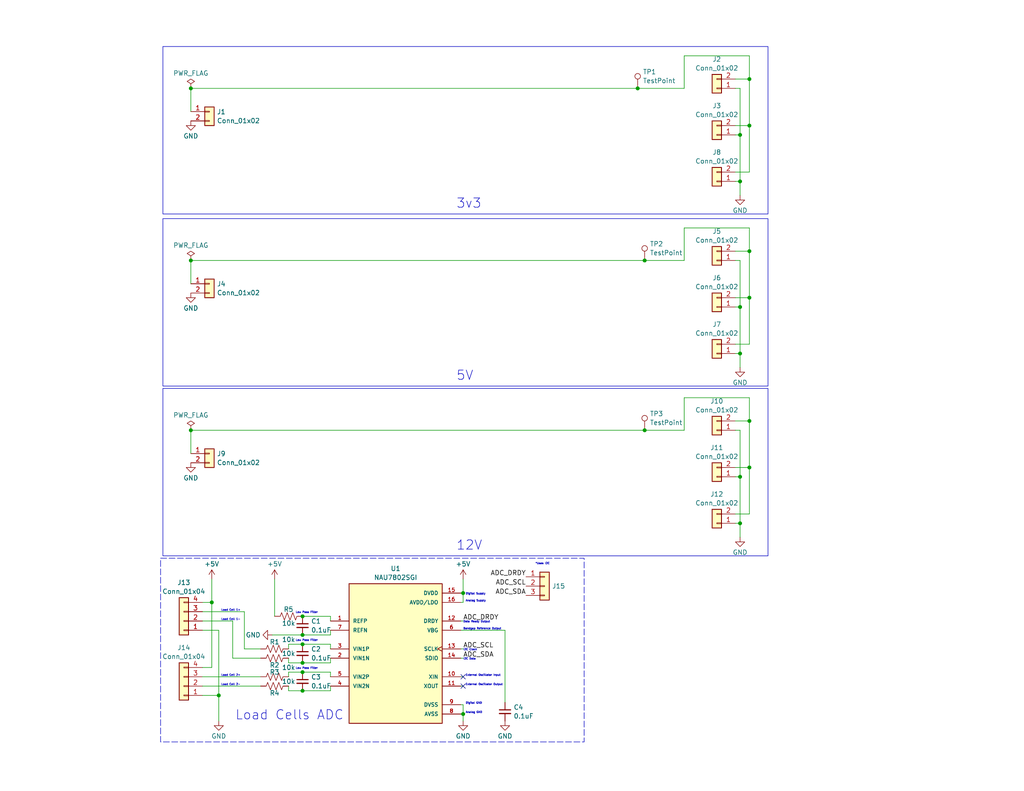
<source format=kicad_sch>
(kicad_sch (version 20230121) (generator eeschema)
  (paper "USLetter")
  (title_block (title "PDS") (date "2025-04-18") (rev "1.0") (comment 1 "Designed By: Omkar Kulkarni"))
  (lib_symbols
    (symbol "Connector:TestPoint" (pin_numbers hide) (pin_names (offset 0.762) hide)
      (property "Reference" "TP" (at 0 6.858 0))
      (property "Value" "TestPoint" (at 0 5.08 0))
      (symbol "TestPoint_0_1"
        (circle (center 0 3.302) (radius 0.762))
      )
      (symbol "TestPoint_1_1"
        (pin passive line (at 0 0 90) (length 2.54) (name "1") (number "1"))
      )
    )
    (symbol "Connector_Generic:Conn_01x02" (pin_names (offset 1.016) hide)
      (property "Reference" "J" (at 0 2.54 0))
      (property "Value" "Conn_01x02" (at 0 -5.08 0))
      (symbol "Conn_01x02_1_1"
        (rectangle (start -1.27 -2.413) (end 0 -2.667) (stroke (width 0.1524)))
        (rectangle (start -1.27 0.127) (end 0 -0.127) (stroke (width 0.1524)))
        (rectangle (start -1.27 1.27) (end 1.27 -3.81) (stroke (width 0.254)) (fill (type background)))
        (pin passive line (at -5.08 0 0) (length 3.81) (name "Pin_1") (number "1"))
        (pin passive line (at -5.08 -2.54 0) (length 3.81) (name "Pin_2") (number "2"))
      )
    )
    (symbol "Connector_Generic:Conn_01x03" (pin_names (offset 1.016) hide)
      (property "Reference" "J" (at 0 5.08 0))
      (property "Value" "Conn_01x03" (at 0 -5.08 0))
      (symbol "Conn_01x03_1_1"
        (rectangle (start -1.27 -2.413) (end 0 -2.667) (stroke (width 0.1524)))
        (rectangle (start -1.27 0.127) (end 0 -0.127) (stroke (width 0.1524)))
        (rectangle (start -1.27 2.667) (end 0 2.413) (stroke (width 0.1524)))
        (rectangle (start -1.27 3.81) (end 1.27 -3.81) (stroke (width 0.254)) (fill (type background)))
        (pin passive line (at -5.08 2.54 0) (length 3.81) (name "Pin_1") (number "1"))
        (pin passive line (at -5.08 0 0) (length 3.81) (name "Pin_2") (number "2"))
        (pin passive line (at -5.08 -2.54 0) (length 3.81) (name "Pin_3") (number "3"))
      )
    )
    (symbol "Connector_Generic:Conn_01x04" (pin_names (offset 1.016) hide)
      (property "Reference" "J" (at 0 5.08 0))
      (property "Value" "Conn_01x04" (at 0 -7.62 0))
      (symbol "Conn_01x04_1_1"
        (rectangle (start -1.27 -4.953) (end 0 -5.207) (stroke (width 0.1524)))
        (rectangle (start -1.27 -2.413) (end 0 -2.667) (stroke (width 0.1524)))
        (rectangle (start -1.27 0.127) (end 0 -0.127) (stroke (width 0.1524)))
        (rectangle (start -1.27 2.667) (end 0 2.413) (stroke (width 0.1524)))
        (rectangle (start -1.27 3.81) (end 1.27 -6.35) (stroke (width 0.254)) (fill (type background)))
        (pin passive line (at -5.08 2.54 0) (length 3.81) (name "Pin_1") (number "1"))
        (pin passive line (at -5.08 0 0) (length 3.81) (name "Pin_2") (number "2"))
        (pin passive line (at -5.08 -2.54 0) (length 3.81) (name "Pin_3") (number "3"))
        (pin passive line (at -5.08 -5.08 0) (length 3.81) (name "Pin_4") (number "4"))
      )
    )
    (symbol "Device:C_Small" (pin_numbers hide) (pin_names (offset 0.254) hide)
      (property "Reference" "C" (at 0.254 1.778 0))
      (property "Value" "C_Small" (at 0.254 -2.032 0))
      (symbol "C_Small_0_1"
        (polyline (pts (xy -1.524 -0.508) (xy 1.524 -0.508)) (stroke (width 0.3302)))
        (polyline (pts (xy -1.524 0.508) (xy 1.524 0.508)) (stroke (width 0.3048)))
      )
      (symbol "C_Small_1_1"
        (pin passive line (at 0 2.54 270) (length 2.032) (name "~") (number "1"))
        (pin passive line (at 0 -2.54 90) (length 2.032) (name "~") (number "2"))
      )
    )
    (symbol "Device:R_US" (pin_numbers hide) (pin_names (offset 0))
      (property "Reference" "R" (at 2.54 0 90))
      (property "Value" "R_US" (at -2.54 0 90))
      (symbol "R_US_0_1"
        (polyline (pts (xy 0 -2.286) (xy 0 -2.54)))
        (polyline (pts (xy 0 2.286) (xy 0 2.54)))
        (polyline (pts (xy 0 -0.762) (xy 1.016 -1.143) (xy 0 -1.524) (xy -1.016 -1.905) (xy 0 -2.286)))
        (polyline (pts (xy 0 0.762) (xy 1.016 0.381) (xy 0 0) (xy -1.016 -0.381) (xy 0 -0.762)))
        (polyline (pts (xy 0 2.286) (xy 1.016 1.905) (xy 0 1.524) (xy -1.016 1.143) (xy 0 0.762)))
      )
      (symbol "R_US_1_1"
        (pin passive line (at 0 3.81 270) (length 1.27) (name "~") (number "1"))
        (pin passive line (at 0 -3.81 90) (length 1.27) (name "~") (number "2"))
      )
    )
    (symbol "NAU7802SGI:NAU7802SGI" (pin_names (offset 1.016))
      (property "Reference" "U" (at -12.7 18.542 0))
      (property "Value" "NAU7802SGI" (at -12.7 -22.86 0))
      (symbol "NAU7802SGI_0_0"
        (rectangle (start -12.7 -20.32) (end 12.7 17.78) (stroke (width 0.254)) (fill (type background)))
        (pin input line (at -17.78 7.62 0) (length 5.08) (name "REFP") (number "1"))
        (pin input line (at 17.78 -7.62 180) (length 5.08) (name "XIN") (number "10"))
        (pin output line (at 17.78 -10.16 180) (length 5.08) (name "XOUT") (number "11"))
        (pin output line (at 17.78 7.62 180) (length 5.08) (name "DRDY") (number "12"))
        (pin input clock (at 17.78 0 180) (length 5.08) (name "SCLK") (number "13"))
        (pin bidirectional line (at 17.78 -2.54 180) (length 5.08) (name "SDIO") (number "14"))
        (pin power_in line (at 17.78 15.24 180) (length 5.08) (name "DVDD") (number "15"))
        (pin power_in line (at 17.78 12.7 180) (length 5.08) (name "AVDD/LDO") (number "16"))
        (pin input line (at -17.78 -2.54 0) (length 5.08) (name "VIN1N") (number "2"))
        (pin input line (at -17.78 0 0) (length 5.08) (name "VIN1P") (number "3"))
        (pin input line (at -17.78 -10.16 0) (length 5.08) (name "VIN2N") (number "4"))
        (pin input line (at -17.78 -7.62 0) (length 5.08) (name "VIN2P") (number "5"))
        (pin output line (at 17.78 5.08 180) (length 5.08) (name "VBG") (number "6"))
        (pin input line (at -17.78 5.08 0) (length 5.08) (name "REFN") (number "7"))
        (pin power_in line (at 17.78 -17.78 180) (length 5.08) (name "AVSS") (number "8"))
        (pin power_in line (at 17.78 -15.24 180) (length 5.08) (name "DVSS") (number "9"))
      )
    )
    (symbol "power:+5V" (power) (pin_names (offset 0))
      (property "Value" "+5V" (at 0 3.556 0))
      (symbol "+5V_0_1"
        (polyline (pts (xy -0.762 1.27) (xy 0 2.54)))
        (polyline (pts (xy 0 0) (xy 0 2.54)))
        (polyline (pts (xy 0 2.54) (xy 0.762 1.27)))
      )
      (symbol "+5V_1_1"
        (pin power_in line (at 0 0 90) (length 0) hide (name "+5V") (number "1"))
      )
    )
    (symbol "power:GND" (power) (pin_names (offset 0))
      (property "Value" "GND" (at 0 -3.81 0))
      (symbol "GND_0_1"
        (polyline (pts (xy 0 0) (xy 0 -1.27) (xy 1.27 -1.27) (xy 0 -2.54) (xy -1.27 -1.27) (xy 0 -1.27)))
      )
      (symbol "GND_1_1"
        (pin power_in line (at 0 0 270) (length 0) hide (name "GND") (number "1"))
      )
    )
    (symbol "power:PWR_FLAG" (power) (pin_numbers hide) (pin_names (offset 0) hide)
      (property "Value" "PWR_FLAG" (at 0 3.81 0))
      (symbol "PWR_FLAG_0_0"
        (pin power_out line (at 0 0 90) (length 0) (name "pwr") (number "1"))
      )
      (symbol "PWR_FLAG_0_1"
        (polyline (pts (xy 0 0) (xy 0 1.27) (xy -1.016 1.905) (xy 0 2.54) (xy 1.016 1.905) (xy 0 1.27)))
      )
    )
  )
  (junction (at 82.55 180.975))
  (junction (at 201.93 36.83))
  (junction (at 175.895 71.12))
  (junction (at 201.93 96.52))
  (junction (at 204.47 68.58))
  (junction (at 52.07 117.475))
  (junction (at 204.47 81.28))
  (junction (at 204.47 21.59))
  (junction (at 201.93 130.175))
  (junction (at 82.55 188.595))
  (junction (at 175.895 117.475))
  (junction (at 57.785 164.465))
  (junction (at 82.55 173.355))
  (junction (at 126.365 194.945))
  (junction (at 201.93 142.875))
  (junction (at 52.07 71.12))
  (junction (at 52.07 24.13))
  (junction (at 204.47 114.935))
  (junction (at 173.99 24.13))
  (junction (at 204.47 127.635))
  (junction (at 201.93 83.82))
  (junction (at 201.93 49.53))
  (junction (at 204.47 34.29))
  (junction (at 82.55 175.895))
  (junction (at 126.365 161.925))
  (junction (at 59.69 189.865))
  (junction (at 82.55 168.275))
  (junction (at 82.55 183.515))
  (no_connect (at 126.365 187.325))
  (no_connect (at 126.365 184.785))
  (wire (pts (xy 204.47 15.24) (xy 204.47 21.59)))
  (wire (pts (xy 201.93 83.82) (xy 201.93 71.12)))
  (wire (pts (xy 201.93 36.83) (xy 201.93 24.13)))
  (wire (pts (xy 137.795 191.77) (xy 137.795 172.085)))
  (wire (pts (xy 204.47 46.99) (xy 200.66 46.99)))
  (wire (pts (xy 57.785 164.465) (xy 57.785 182.245)))
  (wire (pts (xy 186.69 108.585) (xy 204.47 108.585)))
  (wire (pts (xy 55.245 184.785) (xy 71.12 184.785)))
  (wire (pts (xy 90.17 188.595) (xy 90.17 187.325)))
  (wire (pts (xy 57.785 158.115) (xy 57.785 164.465)))
  (wire (pts (xy 200.66 81.28) (xy 204.47 81.28)))
  (wire (pts (xy 173.99 24.13) (xy 186.69 24.13)))
  (wire (pts (xy 201.93 49.53) (xy 200.66 49.53)))
  (wire (pts (xy 204.47 81.28) (xy 204.47 93.98)))
  (wire (pts (xy 200.66 127.635) (xy 204.47 127.635)))
  (wire (pts (xy 52.07 117.475) (xy 175.895 117.475)))
  (wire (pts (xy 126.365 177.165) (xy 125.73 177.165)))
  (wire (pts (xy 90.17 180.975) (xy 90.17 179.705)))
  (wire (pts (xy 52.07 30.48) (xy 52.07 24.13)))
  (wire (pts (xy 204.47 108.585) (xy 204.47 114.935)))
  (wire (pts (xy 82.55 175.895) (xy 90.17 175.895)))
  (wire (pts (xy 71.12 179.705) (xy 63.5 179.705)))
  (wire (pts (xy 78.74 177.165) (xy 78.74 175.895)))
  (wire (pts (xy 63.5 179.705) (xy 63.5 169.545)))
  (wire (pts (xy 90.17 168.275) (xy 90.17 169.545)))
  (wire (pts (xy 59.69 196.85) (xy 59.69 189.865)))
  (wire (pts (xy 55.245 169.545) (xy 63.5 169.545)))
  (wire (pts (xy 204.47 93.98) (xy 200.66 93.98)))
  (wire (pts (xy 52.07 77.47) (xy 52.07 71.12)))
  (wire (pts (xy 201.93 130.175) (xy 201.93 117.475)))
  (wire (pts (xy 126.365 184.785) (xy 125.73 184.785)))
  (wire (pts (xy 201.93 96.52) (xy 201.93 83.82)))
  (wire (pts (xy 78.74 179.705) (xy 78.74 180.975)))
  (wire (pts (xy 55.245 187.325) (xy 71.12 187.325)))
  (wire (pts (xy 201.93 71.12) (xy 200.66 71.12)))
  (wire (pts (xy 90.17 183.515) (xy 90.17 184.785)))
  (wire (pts (xy 52.07 24.13) (xy 173.99 24.13)))
  (wire (pts (xy 126.365 194.945) (xy 126.365 196.85)))
  (wire (pts (xy 186.69 62.23) (xy 204.47 62.23)))
  (wire (pts (xy 204.47 68.58) (xy 204.47 81.28)))
  (wire (pts (xy 201.93 100.33) (xy 201.93 96.52)))
  (wire (pts (xy 82.55 188.595) (xy 90.17 188.595)))
  (wire (pts (xy 74.295 173.355) (xy 82.55 173.355)))
  (wire (pts (xy 204.47 114.935) (xy 204.47 127.635)))
  (wire (pts (xy 186.69 15.24) (xy 204.47 15.24)))
  (wire (pts (xy 201.93 24.13) (xy 200.66 24.13)))
  (wire (pts (xy 200.66 68.58) (xy 204.47 68.58)))
  (wire (pts (xy 82.55 173.355) (xy 90.17 173.355)))
  (wire (pts (xy 126.365 161.925) (xy 126.365 164.465)))
  (wire (pts (xy 125.73 169.545) (xy 126.365 169.545)))
  (wire (pts (xy 90.17 172.085) (xy 90.17 173.355)))
  (wire (pts (xy 126.365 192.405) (xy 125.73 192.405)))
  (wire (pts (xy 201.93 36.83) (xy 200.66 36.83)))
  (wire (pts (xy 52.07 123.825) (xy 52.07 117.475)))
  (wire (pts (xy 52.07 71.12) (xy 175.895 71.12)))
  (wire (pts (xy 186.69 24.13) (xy 186.69 15.24)))
  (wire (pts (xy 201.93 53.34) (xy 201.93 49.53)))
  (wire (pts (xy 201.93 146.685) (xy 201.93 142.875)))
  (wire (pts (xy 201.93 49.53) (xy 201.93 36.83)))
  (wire (pts (xy 201.93 142.875) (xy 200.66 142.875)))
  (wire (pts (xy 201.93 142.875) (xy 201.93 130.175)))
  (wire (pts (xy 55.245 164.465) (xy 57.785 164.465)))
  (wire (pts (xy 126.365 179.705) (xy 125.73 179.705)))
  (wire (pts (xy 126.365 192.405) (xy 126.365 194.945)))
  (wire (pts (xy 78.74 175.895) (xy 82.55 175.895)))
  (wire (pts (xy 55.245 167.005) (xy 66.675 167.005)))
  (wire (pts (xy 186.69 117.475) (xy 186.69 108.585)))
  (wire (pts (xy 204.47 21.59) (xy 204.47 34.29)))
  (wire (pts (xy 78.74 184.785) (xy 78.74 183.515)))
  (wire (pts (xy 186.69 71.12) (xy 186.69 62.23)))
  (wire (pts (xy 200.66 114.935) (xy 204.47 114.935)))
  (wire (pts (xy 204.47 34.29) (xy 204.47 46.99)))
  (wire (pts (xy 126.365 194.945) (xy 125.73 194.945)))
  (wire (pts (xy 201.93 96.52) (xy 200.66 96.52)))
  (wire (pts (xy 126.365 187.325) (xy 125.73 187.325)))
  (wire (pts (xy 201.93 130.175) (xy 200.66 130.175)))
  (wire (pts (xy 78.74 183.515) (xy 82.55 183.515)))
  (wire (pts (xy 82.55 183.515) (xy 90.17 183.515)))
  (wire (pts (xy 175.895 71.12) (xy 186.69 71.12)))
  (wire (pts (xy 66.675 177.165) (xy 71.12 177.165)))
  (wire (pts (xy 126.365 161.925) (xy 125.73 161.925)))
  (wire (pts (xy 78.74 188.595) (xy 82.55 188.595)))
  (wire (pts (xy 78.74 187.325) (xy 78.74 188.595)))
  (wire (pts (xy 59.69 189.865) (xy 59.69 172.085)))
  (wire (pts (xy 90.17 175.895) (xy 90.17 177.165)))
  (wire (pts (xy 201.93 117.475) (xy 200.66 117.475)))
  (wire (pts (xy 200.66 21.59) (xy 204.47 21.59)))
  (wire (pts (xy 204.47 62.23) (xy 204.47 68.58)))
  (wire (pts (xy 137.795 172.085) (xy 125.73 172.085)))
  (wire (pts (xy 201.93 83.82) (xy 200.66 83.82)))
  (wire (pts (xy 204.47 127.635) (xy 204.47 140.335)))
  (wire (pts (xy 82.55 180.975) (xy 90.17 180.975)))
  (wire (pts (xy 126.365 158.115) (xy 126.365 161.925)))
  (wire (pts (xy 90.17 168.275) (xy 82.55 168.275)))
  (wire (pts (xy 126.365 164.465) (xy 125.73 164.465)))
  (wire (pts (xy 78.74 180.975) (xy 82.55 180.975)))
  (wire (pts (xy 57.785 182.245) (xy 55.245 182.245)))
  (wire (pts (xy 204.47 140.335) (xy 200.66 140.335)))
  (wire (pts (xy 66.675 167.005) (xy 66.675 177.165)))
  (wire (pts (xy 200.66 34.29) (xy 204.47 34.29)))
  (wire (pts (xy 59.69 189.865) (xy 55.245 189.865)))
  (wire (pts (xy 59.69 172.085) (xy 55.245 172.085)))
  (wire (pts (xy 74.93 158.115) (xy 74.93 168.275)))
  (wire (pts (xy 175.895 117.475) (xy 186.69 117.475)))
  (rectangle (start 43.815 152.4) (end 159.385 202.565) (stroke (width 0) (type dash)))
  (rectangle (start 44.45 12.7) (end 209.55 58.42))
  (rectangle (start 44.45 59.69) (end 209.55 105.41))
  (rectangle (start 44.45 106.045) (end 209.55 151.765))
  (text "Load Cell 2-\n" (at 60.325 187.325 0) (effects (font (size 0.508 0.508)) (justify left bottom)))
  (text "Low Pass Filter" (at 80.645 167.64 0) (effects (font (size 0.508 0.508)) (justify left bottom)))
  (text "Low Pass Filter" (at 80.645 182.88 0) (effects (font (size 0.508 0.508)) (justify left bottom)))
  (text "Analog GND\n" (at 127 194.945 0) (effects (font (size 0.508 0.508)) (justify left bottom)))
  (text "3v3\n" (at 124.46 57.15 0) (effects (font (size 2.54 2.54)) (justify left bottom)))
  (text "Load Cell 2+\n" (at 60.325 184.785 0) (effects (font (size 0.508 0.508)) (justify left bottom)))
  (text "Load Cell 1+" (at 60.325 167.005 0) (effects (font (size 0.508 0.508)) (justify left bottom)))
  (text "12V" (at 124.46 150.495 0) (effects (font (size 2.54 2.54)) (justify left bottom)))
  (text "5V" (at 124.46 104.14 0) (effects (font (size 2.54 2.54)) (justify left bottom)))
  (text "Analog Supply\n" (at 127 164.465 0) (effects (font (size 0.508 0.508)) (justify left bottom)))
  (text "Digital Supply" (at 127 162.56 0) (effects (font (size 0.508 0.508)) (justify left bottom)))
  (text "*Uses I2C" (at 146.05 154.305 0) (effects (font (size 0.508 0.508)) (justify left bottom)))
  (text "Load Cells ADC" (at 64.135 196.85 0) (effects (font (size 2.54 2.54)) (justify left bottom)))
  (text "Bandgap Reference Output" (at 126.365 172.085 0) (effects (font (size 0.508 0.508)) (justify left bottom)))
  (text "External Oscillator Input" (at 127 184.785 0) (effects (font (size 0.508 0.508)) (justify left bottom)))
  (text "Data Ready Output" (at 126.365 170.18 0) (effects (font (size 0.508 0.508)) (justify left bottom)))
  (text "Digital GND\n" (at 127 192.405 0) (effects (font (size 0.508 0.508)) (justify left bottom)))
  (text "I2C Data" (at 126.365 180.34 0) (effects (font (size 0.508 0.508)) (justify left bottom)))
  (text "External Oscillator Output\n" (at 127 187.325 0) (effects (font (size 0.508 0.508)) (justify left bottom)))
  (text "Low Pass Filter" (at 80.645 175.26 0) (effects (font (size 0.508 0.508)) (justify left bottom)))
  (text "Load Cell 1-\n" (at 60.325 169.545 0) (effects (font (size 0.508 0.508)) (justify left bottom)))
  (text "I2C Clock" (at 126.365 177.8 0) (effects (font (size 0.508 0.508)) (justify left bottom)))
  (label "ADC_SDA" (at 126.365 179.705 0))
  (label "ADC_SCL" (at 143.51 160.02 180))
  (label "ADC_DRDY" (at 143.51 157.48 180))
  (label "ADC_SDA" (at 143.51 162.56 180))
  (label "ADC_DRDY" (at 126.365 169.545 0))
  (label "ADC_SCL" (at 126.365 177.165 0))
  (symbol (lib_id "power:GND") (at 201.93 146.685 0) (unit 1)
    (property "Reference" "#PWR06" (effects hide))
    (property "Value" "GND" (at 201.93 150.8181 0))
  )
  (symbol (lib_id "Connector_Generic:Conn_01x02") (at 195.58 36.83 180) (unit 1)
    (property "Reference" "J3" (at 195.58 28.8757 0))
    (property "Value" "Conn_01x02" (at 195.58 31.2999 0))
    (property "Footprint" "Connector_Molex:Molex_KK-254_AE-6410-03A_1x03_P2.54mm_Vertical" (effects hide))
  )
  (symbol (lib_id "Connector_Generic:Conn_01x02") (at 195.58 83.82 180) (unit 1)
    (property "Reference" "J6" (at 195.58 75.8657 0))
    (property "Value" "Conn_01x02" (at 195.58 78.2899 0))
    (property "Footprint" "Connector_Molex:Molex_KK-254_AE-6410-03A_1x03_P2.54mm_Vertical" (effects hide))
  )
  (symbol (lib_id "power:+5V") (at 126.365 158.115 0) (unit 1)
    (property "Reference" "#PWR011" (effects hide))
    (property "Value" "+5V" (at 126.365 153.9819 0))
  )
  (symbol (lib_id "Connector:TestPoint") (at 175.895 117.475 0) (unit 1)
    (property "Reference" "TP3" (at 177.292 112.9609 0) (effects (justify left)))
    (property "Value" "TestPoint" (at 177.292 115.3851 0) (effects (justify left)))
    (property "Footprint" "TestPoint:TestPoint_Keystone_5010-5014_Multipurpose" (effects hide))
  )
  (symbol (lib_id "power:GND") (at 52.07 33.02 0) (unit 1)
    (property "Reference" "#PWR01" (effects hide))
    (property "Value" "GND" (at 52.07 37.1531 0))
  )
  (symbol (lib_id "Device:R_US") (at 74.93 187.325 90) (unit 1)
    (property "Reference" "R4" (at 74.93 189.23 90))
    (property "Value" "10k" (at 78.74 186.055 90))
    (property "Footprint" "Resistor_SMD:R_0805_2012Metric" (effects hide))
    (property "Link" "https://www.digikey.com/en/products/detail/susumu/HRG3216P-1002-B-T1/5762469" (effects hide))
    (property "MPN" "HRG3216P-1002-B-T1" (effects hide))
  )
  (symbol (lib_id "Connector_Generic:Conn_01x04") (at 50.165 187.325 180) (unit 1)
    (property "Reference" "J14" (at 50.165 176.8307 0))
    (property "Value" "Conn_01x04" (at 50.165 179.2549 0))
    (property "Footprint" "Connector_Molex:Molex_KK-254_AE-6410-04A_1x04_P2.54mm_Vertical" (effects hide))
    (property "Link" "https://www.digikey.com/en/products/detail/molex/0022292041/1130590?gclsrc=aw.ds&&utm_adgroup=&utm_source=google&utm_medium=cpc&utm_campaign=PMax%20Supplier_Focus%20Supplier&utm_term=&utm_content=&utm_id=go_cmp-20243063242_adg-_ad-__dev-c_ext-_prd-1130590_sig-Cj0KCQiA_Yq-BhC9ARIsAA6fbAjwRRlK-j1Y4R9NSsdWdLHuBKh-0DaKPKoxemgp8-1t4rqETN52d-oaAud1EALw_wcB&gad_source=1&gclid=Cj0KCQiA_Yq-BhC9ARIsAA6fbAjwRRlK-j1Y4R9NSsdWdLHuBKh-0DaKPKoxemgp8-1t4rqETN52d-oaAud1EALw_wcB&gclsrc=aw.ds" (effects hide))
    (property "MPN" "0022292041" (effects hide))
  )
  (symbol (lib_id "power:GND") (at 137.795 196.85 0) (unit 1)
    (property "Reference" "#PWR013" (effects hide))
    (property "Value" "GND" (at 137.795 200.9831 0))
  )
  (symbol (lib_id "Connector_Generic:Conn_01x02") (at 195.58 117.475 180) (unit 1)
    (property "Reference" "J10" (at 195.58 109.5207 0))
    (property "Value" "Conn_01x02" (at 195.58 111.9449 0))
    (property "Footprint" "Connector_Molex:Molex_KK-254_AE-6410-03A_1x03_P2.54mm_Vertical" (effects hide))
  )
  (symbol (lib_id "Device:C_Small") (at 82.55 178.435 0) (unit 1)
    (property "Reference" "C2" (at 84.8741 177.2292 0) (effects (justify left)))
    (property "Value" "0.1uF" (at 84.8741 179.6534 0) (effects (justify left)))
    (property "Footprint" "Capacitor_SMD:C_0805_2012Metric" (effects hide))
    (property "Link" "https://www.digikey.com/en/products/detail/yageo/CC0603KRX7R7BB104/302822" (effects hide))
    (property "MPN" "CC0603KRX7R7BB104" (effects hide))
  )
  (symbol (lib_id "Device:C_Small") (at 82.55 170.815 0) (unit 1)
    (property "Reference" "C1" (at 84.8741 169.6092 0) (effects (justify left)))
    (property "Value" "0.1uF" (at 84.8741 172.0334 0) (effects (justify left)))
    (property "Footprint" "Capacitor_SMD:C_0805_2012Metric" (effects hide))
    (property "Link" "https://www.digikey.com/en/products/detail/yageo/CC0603KRX7R7BB104/302822" (effects hide))
    (property "MPN" "CC0603KRX7R7BB104" (effects hide))
  )
  (symbol (lib_id "Connector_Generic:Conn_01x03") (at 148.59 160.02 0) (unit 1)
    (property "Reference" "J15" (at 150.622 160.02 0) (effects (justify left)))
    (property "Value" "Conn_01x03" (effects hide))
    (property "Footprint" "Connector_Molex:Molex_KK-254_AE-6410-03A_1x03_P2.54mm_Vertical" (effects hide))
  )
  (symbol (lib_id "Device:R_US") (at 74.93 184.785 90) (unit 1)
    (property "Reference" "R3" (at 74.93 183.515 90))
    (property "Value" "10k" (at 78.74 182.245 90))
    (property "Footprint" "Resistor_SMD:R_0805_2012Metric" (effects hide))
    (property "Link" "https://www.digikey.com/en/products/detail/susumu/HRG3216P-1002-B-T1/5762469" (effects hide))
    (property "MPN" "HRG3216P-1002-B-T1" (effects hide))
  )
  (symbol (lib_id "power:GND") (at 126.365 196.85 0) (unit 1)
    (property "Reference" "#PWR012" (effects hide))
    (property "Value" "GND" (at 126.365 200.9831 0))
  )
  (symbol (lib_id "power:GND") (at 74.295 173.355 270) (unit 1)
    (property "Reference" "#PWR09" (effects hide))
    (property "Value" "GND" (at 71.1201 173.355 90) (effects (justify right)))
  )
  (symbol (lib_id "Device:R_US") (at 74.93 179.705 90) (unit 1)
    (property "Reference" "R2" (at 74.93 181.61 90))
    (property "Value" "10k" (at 78.74 178.435 90))
    (property "Footprint" "Resistor_SMD:R_0805_2012Metric" (effects hide))
    (property "Link" "https://www.digikey.com/en/products/detail/susumu/HRG3216P-1002-B-T1/5762469" (effects hide))
    (property "MPN" "HRG3216P-1002-B-T1" (effects hide))
  )
  (symbol (lib_id "Connector_Generic:Conn_01x02") (at 195.58 71.12 180) (unit 1)
    (property "Reference" "J5" (at 195.58 63.1657 0))
    (property "Value" "Conn_01x02" (at 195.58 65.5899 0))
    (property "Footprint" "Connector_Molex:Molex_KK-254_AE-6410-03A_1x03_P2.54mm_Vertical" (effects hide))
  )
  (symbol (lib_id "power:GND") (at 201.93 100.33 0) (unit 1)
    (property "Reference" "#PWR04" (effects hide))
    (property "Value" "GND" (at 201.93 104.4631 0))
  )
  (symbol (lib_id "Connector:TestPoint") (at 173.99 24.13 0) (unit 1)
    (property "Reference" "TP1" (at 175.387 19.6159 0) (effects (justify left)))
    (property "Value" "TestPoint" (at 175.387 22.0401 0) (effects (justify left)))
    (property "Footprint" "TestPoint:TestPoint_Keystone_5010-5014_Multipurpose" (effects hide))
  )
  (symbol (lib_id "Connector_Generic:Conn_01x02") (at 195.58 49.53 180) (unit 1)
    (property "Reference" "J8" (at 195.58 41.5757 0))
    (property "Value" "Conn_01x02" (at 195.58 43.9999 0))
    (property "Footprint" "Connector_Molex:Molex_KK-254_AE-6410-03A_1x03_P2.54mm_Vertical" (effects hide))
  )
  (symbol (lib_id "Device:C_Small") (at 137.795 194.31 0) (unit 1)
    (property "Reference" "C4" (at 140.1191 193.1042 0) (effects (justify left)))
    (property "Value" "0.1uF" (at 140.1191 195.5284 0) (effects (justify left)))
    (property "Footprint" "Capacitor_SMD:C_0805_2012Metric" (effects hide))
    (property "Link" "https://www.digikey.com/en/products/detail/yageo/CC0603KRX7R7BB104/302822" (effects hide))
    (property "MPN" "CC0603KRX7R7BB104" (effects hide))
  )
  (symbol (lib_id "Connector_Generic:Conn_01x02") (at 195.58 96.52 180) (unit 1)
    (property "Reference" "J7" (at 195.58 88.5657 0))
    (property "Value" "Conn_01x02" (at 195.58 90.9899 0))
    (property "Footprint" "Connector_Molex:Molex_KK-254_AE-6410-03A_1x03_P2.54mm_Vertical" (effects hide))
  )
  (symbol (lib_id "power:GND") (at 52.07 126.365 0) (unit 1)
    (property "Reference" "#PWR05" (effects hide))
    (property "Value" "GND" (at 52.07 130.4981 0))
  )
  (symbol (lib_id "Connector_Generic:Conn_01x02") (at 195.58 142.875 180) (unit 1)
    (property "Reference" "J12" (at 195.58 134.9207 0))
    (property "Value" "Conn_01x02" (at 195.58 137.3449 0))
    (property "Footprint" "Connector_Molex:Molex_KK-254_AE-6410-03A_1x03_P2.54mm_Vertical" (effects hide))
  )
  (symbol (lib_id "power:+5V") (at 57.785 158.115 0) (unit 1)
    (property "Reference" "#PWR07" (effects hide))
    (property "Value" "+5V" (at 57.785 153.9819 0))
  )
  (symbol (lib_id "Device:R_US") (at 78.74 168.275 90) (unit 1)
    (property "Reference" "R5" (at 78.74 166.37 90))
    (property "Value" "10k" (at 78.74 170.18 90))
    (property "Footprint" "Resistor_SMD:R_0805_2012Metric" (effects hide))
    (property "Link" "https://www.digikey.com/en/products/detail/susumu/HRG3216P-1002-B-T1/5762469" (effects hide))
    (property "MPN" "HRG3216P-1002-B-T1" (effects hide))
  )
  (symbol (lib_id "Connector_Generic:Conn_01x02") (at 57.15 77.47 0) (unit 1)
    (property "Reference" "J4" (at 59.182 77.5279 0) (effects (justify left)))
    (property "Value" "Conn_01x02" (at 59.182 79.9521 0) (effects (justify left)))
    (property "Footprint" "Connector_Molex:Molex_KK-254_AE-6410-03A_1x03_P2.54mm_Vertical" (effects hide))
  )
  (symbol (lib_id "Device:R_US") (at 74.93 177.165 90) (unit 1)
    (property "Reference" "R1" (at 74.93 175.26 90))
    (property "Value" "10k" (at 78.74 174.625 90))
    (property "Footprint" "Resistor_SMD:R_0805_2012Metric" (effects hide))
    (property "Link" "https://www.digikey.com/en/products/detail/susumu/HRG3216P-1002-B-T1/5762469" (effects hide))
    (property "MPN" "HRG3216P-1002-B-T1" (effects hide))
  )
  (symbol (lib_id "NAU7802SGI:NAU7802SGI") (at 107.95 177.165 0) (unit 1)
    (property "Reference" "U1" (at 107.95 155.2407 0))
    (property "Value" "NAU7802SGI" (at 107.95 157.6649 0))
    (property "Footprint" "NAU7802SGI:SOIC127P600X175-16N" (effects hide))
    (property "PARTREV" "2.6" (effects hide))
    (property "STANDARD" "IPC-7.51B" (effects hide))
    (property "MAXIMUM_PACKAGE_HEIGHT" "1.75mm" (effects hide))
    (property "MANUFACTURER" "Nuvoton" (effects hide))
    (property "Link" "https://www.digikey.com/en/products/detail/nuvoton-technology-corporation/NAU7802SGI/2769782" (effects hide))
  )
  (symbol (lib_id "power:GND") (at 59.69 196.85 0) (unit 1)
    (property "Reference" "#PWR08" (effects hide))
    (property "Value" "GND" (at 59.69 200.9831 0))
  )
  (symbol (lib_id "power:GND") (at 52.07 80.01 0) (unit 1)
    (property "Reference" "#PWR03" (effects hide))
    (property "Value" "GND" (at 52.07 84.1431 0))
  )
  (symbol (lib_id "Connector_Generic:Conn_01x02") (at 57.15 30.48 0) (unit 1)
    (property "Reference" "J1" (at 59.182 30.5379 0) (effects (justify left)))
    (property "Value" "Conn_01x02" (at 59.182 32.9621 0) (effects (justify left)))
    (property "Footprint" "Connector_Molex:Molex_KK-254_AE-6410-03A_1x03_P2.54mm_Vertical" (effects hide))
  )
  (symbol (lib_id "power:PWR_FLAG") (at 52.07 117.475 0) (unit 1)
    (property "Reference" "#FLG01" (effects hide))
    (property "Value" "PWR_FLAG" (at 52.07 113.3419 0))
  )
  (symbol (lib_id "Device:C_Small") (at 82.55 186.055 0) (unit 1)
    (property "Reference" "C3" (at 84.8741 184.8492 0) (effects (justify left)))
    (property "Value" "0.1uF" (at 84.8741 187.2734 0) (effects (justify left)))
    (property "Footprint" "Capacitor_SMD:C_0805_2012Metric" (effects hide))
    (property "Link" "https://www.digikey.com/en/products/detail/yageo/CC0603KRX7R7BB104/302822" (effects hide))
    (property "MPN" "CC0603KRX7R7BB104" (effects hide))
  )
  (symbol (lib_id "power:GND") (at 201.93 53.34 0) (unit 1)
    (property "Reference" "#PWR02" (effects hide))
    (property "Value" "GND" (at 201.93 57.4731 0))
  )
  (symbol (lib_id "Connector_Generic:Conn_01x02") (at 57.15 123.825 0) (unit 1)
    (property "Reference" "J9" (at 59.182 123.8829 0) (effects (justify left)))
    (property "Value" "Conn_01x02" (at 59.182 126.3071 0) (effects (justify left)))
    (property "Footprint" "Connector_Molex:Molex_KK-254_AE-6410-03A_1x03_P2.54mm_Vertical" (effects hide))
  )
  (symbol (lib_id "Connector_Generic:Conn_01x04") (at 50.165 169.545 180) (unit 1)
    (property "Reference" "J13" (at 50.165 159.0507 0))
    (property "Value" "Conn_01x04" (at 50.165 161.4749 0))
    (property "Footprint" "Connector_Molex:Molex_KK-254_AE-6410-04A_1x04_P2.54mm_Vertical" (effects hide))
    (property "Link" "https://www.digikey.com/en/products/detail/molex/0022292041/1130590?gclsrc=aw.ds&&utm_adgroup=&utm_source=google&utm_medium=cpc&utm_campaign=PMax%20Supplier_Focus%20Supplier&utm_term=&utm_content=&utm_id=go_cmp-20243063242_adg-_ad-__dev-c_ext-_prd-1130590_sig-Cj0KCQiA_Yq-BhC9ARIsAA6fbAjwRRlK-j1Y4R9NSsdWdLHuBKh-0DaKPKoxemgp8-1t4rqETN52d-oaAud1EALw_wcB&gad_source=1&gclid=Cj0KCQiA_Yq-BhC9ARIsAA6fbAjwRRlK-j1Y4R9NSsdWdLHuBKh-0DaKPKoxemgp8-1t4rqETN52d-oaAud1EALw_wcB&gclsrc=aw.ds" (effects hide))
    (property "MPN" "0022292041" (effects hide))
  )
  (symbol (lib_id "power:PWR_FLAG") (at 52.07 71.12 0) (unit 1)
    (property "Reference" "#FLG02" (effects hide))
    (property "Value" "PWR_FLAG" (at 52.07 66.9869 0))
  )
  (symbol (lib_id "Connector_Generic:Conn_01x02") (at 195.58 130.175 180) (unit 1)
    (property "Reference" "J11" (at 195.58 122.2207 0))
    (property "Value" "Conn_01x02" (at 195.58 124.6449 0))
    (property "Footprint" "Connector_Molex:Molex_KK-254_AE-6410-03A_1x03_P2.54mm_Vertical" (effects hide))
  )
  (symbol (lib_id "Connector_Generic:Conn_01x02") (at 195.58 24.13 180) (unit 1)
    (property "Reference" "J2" (at 195.58 16.1757 0))
    (property "Value" "Conn_01x02" (at 195.58 18.5999 0))
    (property "Footprint" "Connector_Molex:Molex_KK-254_AE-6410-03A_1x03_P2.54mm_Vertical" (effects hide))
  )
  (symbol (lib_id "power:PWR_FLAG") (at 52.07 24.13 0) (unit 1)
    (property "Reference" "#FLG03" (effects hide))
    (property "Value" "PWR_FLAG" (at 52.07 19.9969 0))
  )
  (symbol (lib_id "Connector:TestPoint") (at 175.895 71.12 0) (unit 1)
    (property "Reference" "TP2" (at 177.292 66.6059 0) (effects (justify left)))
    (property "Value" "TestPoint" (at 177.292 69.0301 0) (effects (justify left)))
    (property "Footprint" "TestPoint:TestPoint_Keystone_5010-5014_Multipurpose" (effects hide))
  )
  (symbol (lib_id "power:+5V") (at 74.93 158.115 0) (unit 1)
    (property "Reference" "#PWR010" (effects hide))
    (property "Value" "+5V" (at 74.93 153.9819 0))
  )
)
</source>
